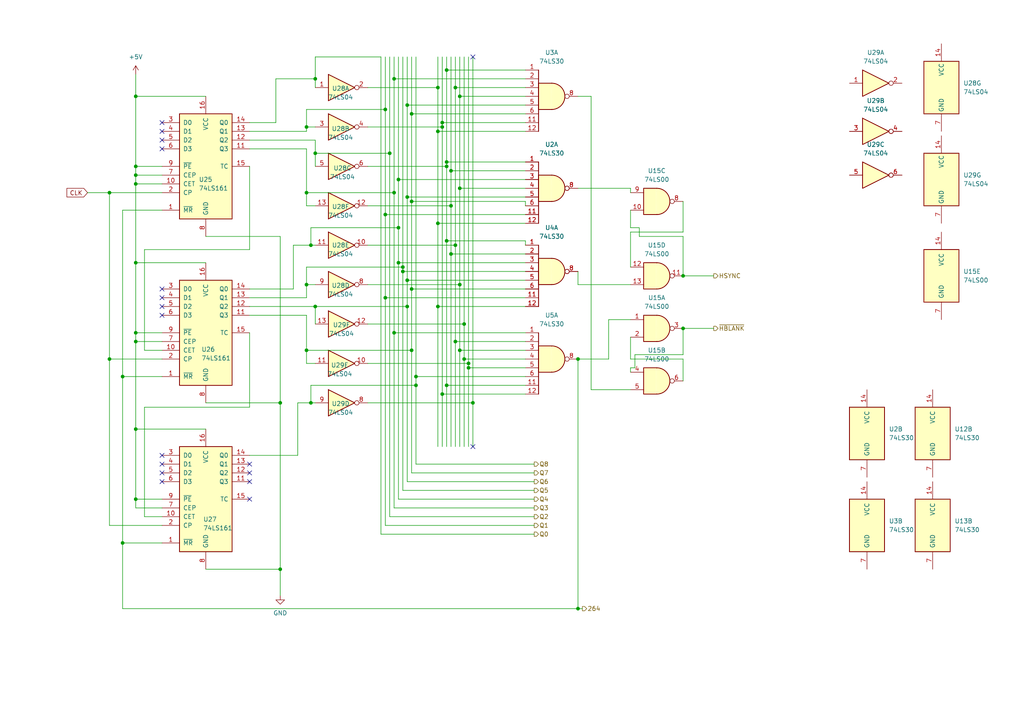
<source format=kicad_sch>
(kicad_sch (version 20250114) (generator "eeschema") (generator_version "9.0")
  (paper "A4")
  (title_block (title "8-Bit GPU") (date "2025-10-06") (rev "1"))
  (lib_symbols
    (symbol "74xx:74LS00" (pin_names (offset 1.016))
      (property "Reference" "U" (at 0 1.27 0))
      (property "Value" "74LS00" (at 0 -1.27 0))
      (symbol "74LS00_1_1"
        (arc (start 0 3.81) (mid 3.7934 0) (end 0 -3.81) (stroke (width 0.254)) (fill (type background)))
        (polyline (pts (xy 0 3.81) (xy -3.81 3.81) (xy -3.81 -3.81) (xy 0 -3.81)) (stroke (width 0.254)) (fill (type background)))
        (pin input line (at -7.62 2.54 0) (length 3.81) (name "~") (number "1"))
        (pin input line (at -7.62 -2.54 0) (length 3.81) (name "~") (number "2"))
        (pin output inverted (at 7.62 0 180) (length 3.81) (name "~") (number "3"))
      )
      (symbol "74LS00_1_2"
        (arc (start -3.81 3.81) (mid -2.589 0) (end -3.81 -3.81) (stroke (width 0.254)))
        (polyline (pts (xy -3.81 3.81) (xy -0.635 3.81)) (stroke (width 0.254)) (fill (type background)))
        (polyline (pts (xy -3.81 -3.81) (xy -0.635 -3.81)) (stroke (width 0.254)) (fill (type background)))
        (arc (start 3.81 0) (mid 2.1855 -2.584) (end -0.6096 -3.81) (stroke (width 0.254)) (fill (type background)))
        (arc (start -0.6096 3.81) (mid 2.1928 2.5924) (end 3.81 0) (stroke (width 0.254)) (fill (type background)))
        (polyline (pts (xy -0.635 3.81) (xy -3.81 3.81) (xy -3.81 3.81) (xy -3.556 3.4036) (xy -3.0226 2.2606) (xy -2.6924 1.0414) (xy -2.6162 -0.254) (xy -2.7686 -1.4986) (xy -3.175 -2.7178) (xy -3.81 -3.81) (xy -3.81 -3.81) (xy -0.635 -3.81)) (stroke (width -25.4)) (fill (type background)))
        (pin input inverted (at -7.62 2.54 0) (length 4.318) (name "~") (number "1"))
        (pin input inverted (at -7.62 -2.54 0) (length 4.318) (name "~") (number "2"))
        (pin output line (at 7.62 0 180) (length 3.81) (name "~") (number "3"))
      )
      (symbol "74LS00_2_1"
        (arc (start 0 3.81) (mid 3.7934 0) (end 0 -3.81) (stroke (width 0.254)) (fill (type background)))
        (polyline (pts (xy 0 3.81) (xy -3.81 3.81) (xy -3.81 -3.81) (xy 0 -3.81)) (stroke (width 0.254)) (fill (type background)))
        (pin input line (at -7.62 2.54 0) (length 3.81) (name "~") (number "4"))
        (pin input line (at -7.62 -2.54 0) (length 3.81) (name "~") (number "5"))
        (pin output inverted (at 7.62 0 180) (length 3.81) (name "~") (number "6"))
      )
      (symbol "74LS00_2_2"
        (arc (start -3.81 3.81) (mid -2.589 0) (end -3.81 -3.81) (stroke (width 0.254)))
        (polyline (pts (xy -3.81 3.81) (xy -0.635 3.81)) (stroke (width 0.254)) (fill (type background)))
        (polyline (pts (xy -3.81 -3.81) (xy -0.635 -3.81)) (stroke (width 0.254)) (fill (type background)))
        (arc (start 3.81 0) (mid 2.1855 -2.584) (end -0.6096 -3.81) (stroke (width 0.254)) (fill (type background)))
        (arc (start -0.6096 3.81) (mid 2.1928 2.5924) (end 3.81 0) (stroke (width 0.254)) (fill (type background)))
        (polyline (pts (xy -0.635 3.81) (xy -3.81 3.81) (xy -3.81 3.81) (xy -3.556 3.4036) (xy -3.0226 2.2606) (xy -2.6924 1.0414) (xy -2.6162 -0.254) (xy -2.7686 -1.4986) (xy -3.175 -2.7178) (xy -3.81 -3.81) (xy -3.81 -3.81) (xy -0.635 -3.81)) (stroke (width -25.4)) (fill (type background)))
        (pin input inverted (at -7.62 2.54 0) (length 4.318) (name "~") (number "4"))
        (pin input inverted (at -7.62 -2.54 0) (length 4.318) (name "~") (number "5"))
        (pin output line (at 7.62 0 180) (length 3.81) (name "~") (number "6"))
      )
      (symbol "74LS00_3_1"
        (arc (start 0 3.81) (mid 3.7934 0) (end 0 -3.81) (stroke (width 0.254)) (fill (type background)))
        (polyline (pts (xy 0 3.81) (xy -3.81 3.81) (xy -3.81 -3.81) (xy 0 -3.81)) (stroke (width 0.254)) (fill (type background)))
        (pin input line (at -7.62 2.54 0) (length 3.81) (name "~") (number "9"))
        (pin input line (at -7.62 -2.54 0) (length 3.81) (name "~") (number "10"))
        (pin output inverted (at 7.62 0 180) (length 3.81) (name "~") (number "8"))
      )
      (symbol "74LS00_3_2"
        (arc (start -3.81 3.81) (mid -2.589 0) (end -3.81 -3.81) (stroke (width 0.254)))
        (polyline (pts (xy -3.81 3.81) (xy -0.635 3.81)) (stroke (width 0.254)) (fill (type background)))
        (polyline (pts (xy -3.81 -3.81) (xy -0.635 -3.81)) (stroke (width 0.254)) (fill (type background)))
        (arc (start 3.81 0) (mid 2.1855 -2.584) (end -0.6096 -3.81) (stroke (width 0.254)) (fill (type background)))
        (arc (start -0.6096 3.81) (mid 2.1928 2.5924) (end 3.81 0) (stroke (width 0.254)) (fill (type background)))
        (polyline (pts (xy -0.635 3.81) (xy -3.81 3.81) (xy -3.81 3.81) (xy -3.556 3.4036) (xy -3.0226 2.2606) (xy -2.6924 1.0414) (xy -2.6162 -0.254) (xy -2.7686 -1.4986) (xy -3.175 -2.7178) (xy -3.81 -3.81) (xy -3.81 -3.81) (xy -0.635 -3.81)) (stroke (width -25.4)) (fill (type background)))
        (pin input inverted (at -7.62 2.54 0) (length 4.318) (name "~") (number "9"))
        (pin input inverted (at -7.62 -2.54 0) (length 4.318) (name "~") (number "10"))
        (pin output line (at 7.62 0 180) (length 3.81) (name "~") (number "8"))
      )
      (symbol "74LS00_4_1"
        (arc (start 0 3.81) (mid 3.7934 0) (end 0 -3.81) (stroke (width 0.254)) (fill (type background)))
        (polyline (pts (xy 0 3.81) (xy -3.81 3.81) (xy -3.81 -3.81) (xy 0 -3.81)) (stroke (width 0.254)) (fill (type background)))
        (pin input line (at -7.62 2.54 0) (length 3.81) (name "~") (number "12"))
        (pin input line (at -7.62 -2.54 0) (length 3.81) (name "~") (number "13"))
        (pin output inverted (at 7.62 0 180) (length 3.81) (name "~") (number "11"))
      )
      (symbol "74LS00_4_2"
        (arc (start -3.81 3.81) (mid -2.589 0) (end -3.81 -3.81) (stroke (width 0.254)))
        (polyline (pts (xy -3.81 3.81) (xy -0.635 3.81)) (stroke (width 0.254)) (fill (type background)))
        (polyline (pts (xy -3.81 -3.81) (xy -0.635 -3.81)) (stroke (width 0.254)) (fill (type background)))
        (arc (start 3.81 0) (mid 2.1855 -2.584) (end -0.6096 -3.81) (stroke (width 0.254)) (fill (type background)))
        (arc (start -0.6096 3.81) (mid 2.1928 2.5924) (end 3.81 0) (stroke (width 0.254)) (fill (type background)))
        (polyline (pts (xy -0.635 3.81) (xy -3.81 3.81) (xy -3.81 3.81) (xy -3.556 3.4036) (xy -3.0226 2.2606) (xy -2.6924 1.0414) (xy -2.6162 -0.254) (xy -2.7686 -1.4986) (xy -3.175 -2.7178) (xy -3.81 -3.81) (xy -3.81 -3.81) (xy -0.635 -3.81)) (stroke (width -25.4)) (fill (type background)))
        (pin input inverted (at -7.62 2.54 0) (length 4.318) (name "~") (number "12"))
        (pin input inverted (at -7.62 -2.54 0) (length 4.318) (name "~") (number "13"))
        (pin output line (at 7.62 0 180) (length 3.81) (name "~") (number "11"))
      )
      (symbol "74LS00_5_0"
        (pin power_in line (at 0 12.7 270) (length 5.08) (name "VCC") (number "14"))
        (pin power_in line (at 0 -12.7 90) (length 5.08) (name "GND") (number "7"))
      )
      (symbol "74LS00_5_1"
        (rectangle (start -5.08 7.62) (end 5.08 -7.62) (stroke (width 0.254)) (fill (type background)))
      )
    )
    (symbol "74xx:74LS04"
      (property "Reference" "U" (at 0 1.27 0))
      (property "Value" "74LS04" (at 0 -1.27 0))
      (symbol "74LS04_1_0"
        (polyline (pts (xy -3.81 3.81) (xy -3.81 -3.81) (xy 3.81 0) (xy -3.81 3.81)) (stroke (width 0.254)) (fill (type background)))
        (pin input line (at -7.62 0 0) (length 3.81) (name "~") (number "1"))
        (pin output inverted (at 7.62 0 180) (length 3.81) (name "~") (number "2"))
      )
      (symbol "74LS04_2_0"
        (polyline (pts (xy -3.81 3.81) (xy -3.81 -3.81) (xy 3.81 0) (xy -3.81 3.81)) (stroke (width 0.254)) (fill (type background)))
        (pin input line (at -7.62 0 0) (length 3.81) (name "~") (number "3"))
        (pin output inverted (at 7.62 0 180) (length 3.81) (name "~") (number "4"))
      )
      (symbol "74LS04_3_0"
        (polyline (pts (xy -3.81 3.81) (xy -3.81 -3.81) (xy 3.81 0) (xy -3.81 3.81)) (stroke (width 0.254)) (fill (type background)))
        (pin input line (at -7.62 0 0) (length 3.81) (name "~") (number "5"))
        (pin output inverted (at 7.62 0 180) (length 3.81) (name "~") (number "6"))
      )
      (symbol "74LS04_4_0"
        (polyline (pts (xy -3.81 3.81) (xy -3.81 -3.81) (xy 3.81 0) (xy -3.81 3.81)) (stroke (width 0.254)) (fill (type background)))
        (pin input line (at -7.62 0 0) (length 3.81) (name "~") (number "9"))
        (pin output inverted (at 7.62 0 180) (length 3.81) (name "~") (number "8"))
      )
      (symbol "74LS04_5_0"
        (polyline (pts (xy -3.81 3.81) (xy -3.81 -3.81) (xy 3.81 0) (xy -3.81 3.81)) (stroke (width 0.254)) (fill (type background)))
        (pin input line (at -7.62 0 0) (length 3.81) (name "~") (number "11"))
        (pin output inverted (at 7.62 0 180) (length 3.81) (name "~") (number "10"))
      )
      (symbol "74LS04_6_0"
        (polyline (pts (xy -3.81 3.81) (xy -3.81 -3.81) (xy 3.81 0) (xy -3.81 3.81)) (stroke (width 0.254)) (fill (type background)))
        (pin input line (at -7.62 0 0) (length 3.81) (name "~") (number "13"))
        (pin output inverted (at 7.62 0 180) (length 3.81) (name "~") (number "12"))
      )
      (symbol "74LS04_7_0"
        (pin power_in line (at 0 12.7 270) (length 5.08) (name "VCC") (number "14"))
        (pin power_in line (at 0 -12.7 90) (length 5.08) (name "GND") (number "7"))
      )
      (symbol "74LS04_7_1"
        (rectangle (start -5.08 7.62) (end 5.08 -7.62) (stroke (width 0.254)) (fill (type background)))
      )
    )
    (symbol "74xx:74LS161" (pin_names (offset 1.016))
      (property "Reference" "U" (at -7.62 16.51 0))
      (property "Value" "74LS161" (at -7.62 -16.51 0))
      (symbol "74LS161_1_0"
        (pin input line (at -12.7 12.7 0) (length 5.08) (name "D0") (number "3"))
        (pin input line (at -12.7 10.16 0) (length 5.08) (name "D1") (number "4"))
        (pin input line (at -12.7 7.62 0) (length 5.08) (name "D2") (number "5"))
        (pin input line (at -12.7 5.08 0) (length 5.08) (name "D3") (number "6"))
        (pin input line (at -12.7 0 0) (length 5.08) (name "~{PE}") (number "9"))
        (pin input line (at -12.7 -2.54 0) (length 5.08) (name "CEP") (number "7"))
        (pin input line (at -12.7 -5.08 0) (length 5.08) (name "CET") (number "10"))
        (pin input line (at -12.7 -7.62 0) (length 5.08) (name "CP") (number "2"))
        (pin input line (at -12.7 -12.7 0) (length 5.08) (name "~{MR}") (number "1"))
        (pin power_in line (at 0 20.32 270) (length 5.08) (name "VCC") (number "16"))
        (pin power_in line (at 0 -20.32 90) (length 5.08) (name "GND") (number "8"))
        (pin output line (at 12.7 12.7 180) (length 5.08) (name "Q0") (number "14"))
        (pin output line (at 12.7 10.16 180) (length 5.08) (name "Q1") (number "13"))
        (pin output line (at 12.7 7.62 180) (length 5.08) (name "Q2") (number "12"))
        (pin output line (at 12.7 5.08 180) (length 5.08) (name "Q3") (number "11"))
        (pin output line (at 12.7 0 180) (length 5.08) (name "TC") (number "15"))
      )
      (symbol "74LS161_1_1"
        (rectangle (start -7.62 15.24) (end 7.62 -15.24) (stroke (width 0.254)) (fill (type background)))
      )
    )
    (symbol "74xx:74LS30" (pin_names (offset 1.016))
      (property "Reference" "U" (at 0 1.27 0))
      (property "Value" "74LS30" (at 0 -1.27 0))
      (symbol "74LS30_1_1"
        (polyline (pts (xy -3.81 7.62) (xy -3.81 -10.16)) (stroke (width 0.254)))
        (arc (start 0 3.81) (mid 3.7934 0) (end 0 -3.81) (stroke (width 0.254)) (fill (type background)))
        (polyline (pts (xy 0 3.81) (xy -3.81 3.81) (xy -3.81 -3.81) (xy 0 -3.81)) (stroke (width 0.254)) (fill (type background)))
        (pin input line (at -7.62 7.62 0) (length 3.81) (name "~") (number "1"))
        (pin input line (at -7.62 5.08 0) (length 3.81) (name "~") (number "2"))
        (pin input line (at -7.62 2.54 0) (length 3.81) (name "~") (number "3"))
        (pin input line (at -7.62 0 0) (length 3.81) (name "~") (number "4"))
        (pin input line (at -7.62 -2.54 0) (length 3.81) (name "~") (number "5"))
        (pin input line (at -7.62 -5.08 0) (length 3.81) (name "~") (number "6"))
        (pin input line (at -7.62 -7.62 0) (length 3.81) (name "~") (number "11"))
        (pin input line (at -7.62 -10.16 0) (length 3.81) (name "~") (number "12"))
        (pin output inverted (at 7.62 0 180) (length 3.81) (name "~") (number "8"))
      )
      (symbol "74LS30_1_2"
        (arc (start -3.81 3.81) (mid -2.589 0) (end -3.81 -3.81) (stroke (width 0.254)))
        (polyline (pts (xy -3.81 7.62) (xy -3.81 3.81)) (stroke (width 0.254)))
        (polyline (pts (xy -3.81 3.81) (xy -0.635 3.81)) (stroke (width 0.254)) (fill (type background)))
        (polyline (pts (xy -3.81 -3.81) (xy -3.81 -10.16)) (stroke (width 0.254)))
        (polyline (pts (xy -3.81 -3.81) (xy -0.635 -3.81)) (stroke (width 0.254)) (fill (type background)))
        (arc (start 3.81 0) (mid 2.1855 -2.584) (end -0.6096 -3.81) (stroke (width 0.254)) (fill (type background)))
        (arc (start -0.6096 3.81) (mid 2.1928 2.5924) (end 3.81 0) (stroke (width 0.254)) (fill (type background)))
        (polyline (pts (xy -0.635 3.81) (xy -3.81 3.81) (xy -3.81 3.81) (xy -3.556 3.4036) (xy -3.0226 2.2606) (xy -2.6924 1.0414) (xy -2.6162 -0.254) (xy -2.7686 -1.4986) (xy -3.175 -2.7178) (xy -3.81 -3.81) (xy -3.81 -3.81) (xy -0.635 -3.81)) (stroke (width -25.4)) (fill (type background)))
        (pin input inverted (at -7.62 7.62 0) (length 3.81) (name "~") (number "1"))
        (pin input inverted (at -7.62 5.08 0) (length 3.81) (name "~") (number "2"))
        (pin input inverted (at -7.62 2.54 0) (length 4.5466) (name "~") (number "3"))
        (pin input inverted (at -7.62 0 0) (length 5.08) (name "~") (number "4"))
        (pin input inverted (at -7.62 -2.54 0) (length 4.5466) (name "~") (number "5"))
        (pin input inverted (at -7.62 -5.08 0) (length 3.81) (name "~") (number "6"))
        (pin input inverted (at -7.62 -7.62 0) (length 3.81) (name "~") (number "11"))
        (pin input inverted (at -7.62 -10.16 0) (length 3.81) (name "~") (number "12"))
        (pin output line (at 7.62 0 180) (length 3.81) (name "~") (number "8"))
      )
      (symbol "74LS30_2_0"
        (pin power_in line (at 0 12.7 270) (length 5.08) (name "VCC") (number "14"))
        (pin power_in line (at 0 -12.7 90) (length 5.08) (name "GND") (number "7"))
      )
      (symbol "74LS30_2_1"
        (rectangle (start -5.08 7.62) (end 5.08 -7.62) (stroke (width 0.254)) (fill (type background)))
      )
    )
    (symbol "power:+5V" (power) (pin_numbers (hide yes)) (pin_names (offset 0) (hide yes))
      (property "Value" "+5V" (at 0 3.556 0))
      (symbol "+5V_0_1"
        (polyline (pts (xy -0.762 1.27) (xy 0 2.54)))
        (polyline (pts (xy 0 2.54) (xy 0.762 1.27)))
        (polyline (pts (xy 0 0) (xy 0 2.54)))
      )
      (symbol "+5V_1_1"
        (pin power_in line (at 0 0 90) (length 0) (name "~") (number "1"))
      )
    )
    (symbol "power:GND" (power) (pin_numbers (hide yes)) (pin_names (offset 0) (hide yes))
      (property "Value" "GND" (at 0 -3.81 0))
      (symbol "GND_0_1"
        (polyline (pts (xy 0 0) (xy 0 -1.27) (xy 1.27 -1.27) (xy 0 -2.54) (xy -1.27 -1.27) (xy 0 -1.27)))
      )
      (symbol "GND_1_1"
        (pin power_in line (at 0 0 270) (length 0) (name "~") (number "1"))
      )
    )
  )
  (junction (at 118.11 81.28))
  (junction (at 88.9 101.6))
  (junction (at 133.35 54.61))
  (junction (at 129.54 46.99))
  (junction (at 128.27 35.56))
  (junction (at 134.62 104.14))
  (junction (at 133.35 101.6))
  (junction (at 198.12 95.25))
  (junction (at 132.08 99.06))
  (junction (at 111.76 86.36))
  (junction (at 114.3 96.52))
  (junction (at 39.37 144.78))
  (junction (at 118.11 57.15))
  (junction (at 90.17 116.84))
  (junction (at 135.89 105.41))
  (junction (at 115.57 76.2))
  (junction (at 129.54 48.26))
  (junction (at 127 64.77))
  (junction (at 115.57 52.07))
  (junction (at 39.37 76.2))
  (junction (at 167.64 104.14))
  (junction (at 119.38 101.6))
  (junction (at 116.84 78.74))
  (junction (at 119.38 33.02))
  (junction (at 114.3 55.88))
  (junction (at 111.76 31.75))
  (junction (at 132.08 71.12))
  (junction (at 90.17 71.12))
  (junction (at 127 38.1))
  (junction (at 119.38 58.42))
  (junction (at 129.54 111.76))
  (junction (at 128.27 114.3))
  (junction (at 88.9 82.55))
  (junction (at 91.44 22.86))
  (junction (at 35.56 157.48))
  (junction (at 127 88.9))
  (junction (at 114.3 22.86))
  (junction (at 133.35 27.94))
  (junction (at 39.37 50.8))
  (junction (at 116.84 77.47))
  (junction (at 128.27 36.83))
  (junction (at 137.16 116.84))
  (junction (at 130.81 73.66))
  (junction (at 119.38 83.82))
  (junction (at 134.62 93.98))
  (junction (at 39.37 53.34))
  (junction (at 120.65 109.22))
  (junction (at 91.44 88.9))
  (junction (at 31.75 55.88))
  (junction (at 111.76 62.23))
  (junction (at 39.37 96.52))
  (junction (at 167.64 176.53))
  (junction (at 31.75 104.14))
  (junction (at 115.57 66.04))
  (junction (at 39.37 48.26))
  (junction (at 39.37 27.94))
  (junction (at 130.81 49.53))
  (junction (at 198.12 80.01))
  (junction (at 81.28 165.1))
  (junction (at 130.81 59.69))
  (junction (at 88.9 36.83))
  (junction (at 35.56 109.22))
  (junction (at 120.65 111.76))
  (junction (at 88.9 55.88))
  (junction (at 129.54 20.32))
  (junction (at 127 25.4))
  (junction (at 135.89 106.68))
  (junction (at 81.28 116.84))
  (junction (at 129.54 69.85))
  (junction (at 91.44 44.45))
  (junction (at 39.37 99.06))
  (junction (at 118.11 88.9))
  (junction (at 133.35 82.55))
  (junction (at 39.37 124.46))
  (junction (at 118.11 30.48))
  (junction (at 132.08 25.4))
  (junction (at 113.03 44.45))
  (no_connect (at 46.99 139.7))
  (no_connect (at 46.99 43.18))
  (no_connect (at 46.99 83.82))
  (no_connect (at 46.99 35.56))
  (no_connect (at 72.39 139.7))
  (no_connect (at 46.99 88.9))
  (no_connect (at 46.99 134.62))
  (no_connect (at 137.16 16.51))
  (no_connect (at 72.39 134.62))
  (no_connect (at 46.99 137.16))
  (no_connect (at 46.99 132.08))
  (no_connect (at 137.16 129.54))
  (no_connect (at 46.99 40.64))
  (no_connect (at 72.39 137.16))
  (no_connect (at 46.99 38.1))
  (no_connect (at 46.99 91.44))
  (no_connect (at 72.39 144.78))
  (no_connect (at 46.99 86.36))
  (wire (pts (xy 35.56 157.48) (xy 35.56 176.53)))
  (wire (pts (xy 39.37 48.26) (xy 39.37 50.8)))
  (wire (pts (xy 35.56 157.48) (xy 46.99 157.48)))
  (wire (pts (xy 116.84 77.47) (xy 116.84 78.74)))
  (wire (pts (xy 39.37 27.94) (xy 39.37 48.26)))
  (wire (pts (xy 88.9 36.83) (xy 88.9 31.75)))
  (wire (pts (xy 171.45 113.03) (xy 171.45 27.94)))
  (wire (pts (xy 106.68 116.84) (xy 137.16 116.84)))
  (wire (pts (xy 133.35 82.55) (xy 133.35 101.6)))
  (wire (pts (xy 119.38 83.82) (xy 119.38 101.6)))
  (wire (pts (xy 176.53 92.71) (xy 182.88 92.71)))
  (wire (pts (xy 88.9 55.88) (xy 88.9 59.69)))
  (wire (pts (xy 31.75 104.14) (xy 31.75 152.4)))
  (wire (pts (xy 39.37 27.94) (xy 39.37 21.59)))
  (wire (pts (xy 72.39 40.64) (xy 91.44 40.64)))
  (wire (pts (xy 119.38 83.82) (xy 152.4 83.82)))
  (wire (pts (xy 118.11 30.48) (xy 152.4 30.48)))
  (wire (pts (xy 119.38 101.6) (xy 119.38 137.16)))
  (wire (pts (xy 115.57 144.78) (xy 154.94 144.78)))
  (wire (pts (xy 198.12 95.25) (xy 207.01 95.25)))
  (wire (pts (xy 90.17 116.84) (xy 90.17 111.76)))
  (wire (pts (xy 133.35 16.51) (xy 133.35 27.94)))
  (wire (pts (xy 182.88 54.61) (xy 182.88 55.88)))
  (wire (pts (xy 91.44 88.9) (xy 91.44 93.98)))
  (wire (pts (xy 120.65 16.51) (xy 120.65 109.22)))
  (wire (pts (xy 171.45 27.94) (xy 167.64 27.94)))
  (wire (pts (xy 106.68 82.55) (xy 133.35 82.55)))
  (wire (pts (xy 198.12 67.31) (xy 182.88 67.31)))
  (wire (pts (xy 127 38.1) (xy 152.4 38.1)))
  (wire (pts (xy 25.4 55.88) (xy 31.75 55.88)))
  (wire (pts (xy 130.81 59.69) (xy 130.81 73.66)))
  (wire (pts (xy 128.27 114.3) (xy 152.4 114.3)))
  (wire (pts (xy 130.81 49.53) (xy 152.4 49.53)))
  (wire (pts (xy 46.99 147.32) (xy 39.37 147.32)))
  (wire (pts (xy 80.01 35.56) (xy 80.01 22.86)))
  (wire (pts (xy 81.28 116.84) (xy 81.28 165.1)))
  (wire (pts (xy 86.36 116.84) (xy 90.17 116.84)))
  (wire (pts (xy 106.68 59.69) (xy 130.81 59.69)))
  (wire (pts (xy 88.9 38.1) (xy 88.9 36.83)))
  (wire (pts (xy 39.37 144.78) (xy 39.37 124.46)))
  (wire (pts (xy 120.65 109.22) (xy 152.4 109.22)))
  (wire (pts (xy 85.09 83.82) (xy 85.09 71.12)))
  (wire (pts (xy 167.64 176.53) (xy 168.91 176.53)))
  (wire (pts (xy 119.38 16.51) (xy 119.38 33.02)))
  (wire (pts (xy 31.75 104.14) (xy 46.99 104.14)))
  (wire (pts (xy 114.3 96.52) (xy 152.4 96.52)))
  (wire (pts (xy 88.9 105.41) (xy 91.44 105.41)))
  (wire (pts (xy 118.11 88.9) (xy 118.11 139.7)))
  (wire (pts (xy 137.16 116.84) (xy 137.16 129.54)))
  (wire (pts (xy 128.27 16.51) (xy 128.27 35.56)))
  (wire (pts (xy 85.09 71.12) (xy 90.17 71.12)))
  (wire (pts (xy 133.35 27.94) (xy 152.4 27.94)))
  (wire (pts (xy 176.53 104.14) (xy 176.53 92.71)))
  (wire (pts (xy 185.42 66.04) (xy 185.42 68.58)))
  (wire (pts (xy 129.54 48.26) (xy 129.54 69.85)))
  (wire (pts (xy 106.68 48.26) (xy 129.54 48.26)))
  (wire (pts (xy 111.76 86.36) (xy 152.4 86.36)))
  (wire (pts (xy 134.62 16.51) (xy 134.62 93.98)))
  (wire (pts (xy 113.03 149.86) (xy 154.94 149.86)))
  (wire (pts (xy 118.11 30.48) (xy 118.11 57.15)))
  (wire (pts (xy 46.99 60.96) (xy 35.56 60.96)))
  (wire (pts (xy 113.03 16.51) (xy 113.03 44.45)))
  (wire (pts (xy 111.76 16.51) (xy 111.76 31.75)))
  (wire (pts (xy 116.84 78.74) (xy 116.84 142.24)))
  (wire (pts (xy 132.08 99.06) (xy 132.08 129.54)))
  (wire (pts (xy 88.9 77.47) (xy 116.84 77.47)))
  (wire (pts (xy 91.44 40.64) (xy 91.44 44.45)))
  (wire (pts (xy 106.68 105.41) (xy 135.89 105.41)))
  (wire (pts (xy 152.4 71.12) (xy 152.4 69.85)))
  (wire (pts (xy 127 38.1) (xy 127 64.77)))
  (wire (pts (xy 184.15 102.87) (xy 184.15 106.68)))
  (wire (pts (xy 72.39 91.44) (xy 88.9 91.44)))
  (wire (pts (xy 114.3 96.52) (xy 114.3 147.32)))
  (wire (pts (xy 46.99 53.34) (xy 39.37 53.34)))
  (wire (pts (xy 182.88 66.04) (xy 185.42 66.04)))
  (wire (pts (xy 127 16.51) (xy 127 25.4)))
  (wire (pts (xy 118.11 57.15) (xy 152.4 57.15)))
  (wire (pts (xy 88.9 101.6) (xy 119.38 101.6)))
  (wire (pts (xy 182.88 106.68) (xy 182.88 107.95)))
  (wire (pts (xy 59.69 68.58) (xy 81.28 68.58)))
  (wire (pts (xy 167.64 104.14) (xy 167.64 176.53)))
  (wire (pts (xy 72.39 43.18) (xy 88.9 43.18)))
  (wire (pts (xy 119.38 33.02) (xy 152.4 33.02)))
  (wire (pts (xy 88.9 101.6) (xy 88.9 105.41)))
  (wire (pts (xy 119.38 33.02) (xy 119.38 58.42)))
  (wire (pts (xy 152.4 69.85) (xy 129.54 69.85)))
  (wire (pts (xy 115.57 66.04) (xy 115.57 76.2)))
  (wire (pts (xy 133.35 27.94) (xy 133.35 54.61)))
  (wire (pts (xy 39.37 96.52) (xy 39.37 76.2)))
  (wire (pts (xy 86.36 132.08) (xy 86.36 116.84)))
  (wire (pts (xy 41.91 72.39) (xy 41.91 101.6)))
  (wire (pts (xy 129.54 111.76) (xy 152.4 111.76)))
  (wire (pts (xy 116.84 78.74) (xy 152.4 78.74)))
  (wire (pts (xy 91.44 88.9) (xy 118.11 88.9)))
  (wire (pts (xy 116.84 142.24) (xy 154.94 142.24)))
  (wire (pts (xy 135.89 106.68) (xy 152.4 106.68)))
  (wire (pts (xy 132.08 71.12) (xy 132.08 99.06)))
  (wire (pts (xy 59.69 27.94) (xy 39.37 27.94)))
  (wire (pts (xy 72.39 96.52) (xy 72.39 118.11)))
  (wire (pts (xy 114.3 22.86) (xy 114.3 55.88)))
  (wire (pts (xy 182.88 67.31) (xy 182.88 77.47)))
  (wire (pts (xy 88.9 82.55) (xy 91.44 82.55)))
  (wire (pts (xy 111.76 31.75) (xy 111.76 62.23)))
  (wire (pts (xy 91.44 16.51) (xy 110.49 16.51)))
  (wire (pts (xy 46.99 99.06) (xy 39.37 99.06)))
  (wire (pts (xy 46.99 96.52) (xy 39.37 96.52)))
  (wire (pts (xy 111.76 152.4) (xy 154.94 152.4)))
  (wire (pts (xy 115.57 76.2) (xy 115.57 144.78)))
  (wire (pts (xy 88.9 91.44) (xy 88.9 101.6)))
  (wire (pts (xy 111.76 62.23) (xy 152.4 62.23)))
  (wire (pts (xy 137.16 16.51) (xy 137.16 116.84)))
  (wire (pts (xy 127 25.4) (xy 127 38.1)))
  (wire (pts (xy 130.81 73.66) (xy 152.4 73.66)))
  (wire (pts (xy 72.39 88.9) (xy 91.44 88.9)))
  (wire (pts (xy 128.27 36.83) (xy 128.27 114.3)))
  (wire (pts (xy 198.12 104.14) (xy 182.88 104.14)))
  (wire (pts (xy 185.42 68.58) (xy 198.12 68.58)))
  (wire (pts (xy 91.44 22.86) (xy 91.44 25.4)))
  (wire (pts (xy 135.89 106.68) (xy 135.89 129.54)))
  (wire (pts (xy 31.75 55.88) (xy 46.99 55.88)))
  (wire (pts (xy 134.62 104.14) (xy 152.4 104.14)))
  (wire (pts (xy 91.44 44.45) (xy 91.44 48.26)))
  (wire (pts (xy 130.81 16.51) (xy 130.81 49.53)))
  (wire (pts (xy 129.54 111.76) (xy 129.54 129.54)))
  (wire (pts (xy 106.68 36.83) (xy 128.27 36.83)))
  (wire (pts (xy 106.68 93.98) (xy 134.62 93.98)))
  (wire (pts (xy 118.11 57.15) (xy 118.11 81.28)))
  (wire (pts (xy 198.12 58.42) (xy 198.12 67.31)))
  (wire (pts (xy 59.69 76.2) (xy 39.37 76.2)))
  (wire (pts (xy 72.39 118.11) (xy 41.91 118.11)))
  (wire (pts (xy 111.76 62.23) (xy 111.76 86.36)))
  (wire (pts (xy 113.03 44.45) (xy 113.03 149.86)))
  (wire (pts (xy 72.39 132.08) (xy 86.36 132.08)))
  (wire (pts (xy 134.62 93.98) (xy 134.62 104.14)))
  (wire (pts (xy 39.37 76.2) (xy 39.37 53.34)))
  (wire (pts (xy 39.37 99.06) (xy 39.37 96.52)))
  (wire (pts (xy 132.08 99.06) (xy 152.4 99.06)))
  (wire (pts (xy 127 88.9) (xy 127 129.54)))
  (wire (pts (xy 115.57 52.07) (xy 115.57 66.04)))
  (wire (pts (xy 167.64 82.55) (xy 167.64 78.74)))
  (wire (pts (xy 88.9 31.75) (xy 111.76 31.75)))
  (wire (pts (xy 182.88 113.03) (xy 171.45 113.03)))
  (wire (pts (xy 90.17 71.12) (xy 90.17 66.04)))
  (wire (pts (xy 81.28 68.58) (xy 81.28 116.84)))
  (wire (pts (xy 118.11 81.28) (xy 118.11 88.9)))
  (wire (pts (xy 88.9 86.36) (xy 88.9 82.55)))
  (wire (pts (xy 127 64.77) (xy 127 88.9)))
  (wire (pts (xy 184.15 106.68) (xy 182.88 106.68)))
  (wire (pts (xy 31.75 152.4) (xy 46.99 152.4)))
  (wire (pts (xy 130.81 49.53) (xy 130.81 59.69)))
  (wire (pts (xy 81.28 165.1) (xy 81.28 172.72)))
  (wire (pts (xy 59.69 116.84) (xy 81.28 116.84)))
  (wire (pts (xy 129.54 46.99) (xy 129.54 48.26)))
  (wire (pts (xy 72.39 38.1) (xy 88.9 38.1)))
  (wire (pts (xy 134.62 104.14) (xy 134.62 129.54)))
  (wire (pts (xy 72.39 48.26) (xy 72.39 72.39)))
  (wire (pts (xy 129.54 16.51) (xy 129.54 20.32)))
  (wire (pts (xy 133.35 54.61) (xy 133.35 82.55)))
  (wire (pts (xy 118.11 139.7) (xy 154.94 139.7)))
  (wire (pts (xy 39.37 48.26) (xy 46.99 48.26)))
  (wire (pts (xy 59.69 165.1) (xy 81.28 165.1)))
  (wire (pts (xy 41.91 101.6) (xy 46.99 101.6)))
  (wire (pts (xy 35.56 176.53) (xy 167.64 176.53)))
  (wire (pts (xy 111.76 86.36) (xy 111.76 152.4)))
  (wire (pts (xy 182.88 60.96) (xy 182.88 66.04)))
  (wire (pts (xy 133.35 101.6) (xy 133.35 129.54)))
  (wire (pts (xy 80.01 22.86) (xy 91.44 22.86)))
  (wire (pts (xy 118.11 16.51) (xy 118.11 30.48)))
  (wire (pts (xy 129.54 69.85) (xy 129.54 111.76)))
  (wire (pts (xy 39.37 147.32) (xy 39.37 144.78)))
  (wire (pts (xy 39.37 50.8) (xy 46.99 50.8)))
  (wire (pts (xy 35.56 109.22) (xy 46.99 109.22)))
  (wire (pts (xy 198.12 102.87) (xy 184.15 102.87)))
  (wire (pts (xy 110.49 154.94) (xy 154.94 154.94)))
  (wire (pts (xy 35.56 60.96) (xy 35.56 109.22)))
  (wire (pts (xy 90.17 66.04) (xy 115.57 66.04)))
  (wire (pts (xy 128.27 35.56) (xy 128.27 36.83)))
  (wire (pts (xy 198.12 80.01) (xy 207.01 80.01)))
  (wire (pts (xy 90.17 71.12) (xy 91.44 71.12)))
  (wire (pts (xy 152.4 58.42) (xy 119.38 58.42)))
  (wire (pts (xy 119.38 58.42) (xy 119.38 83.82)))
  (wire (pts (xy 39.37 53.34) (xy 39.37 50.8)))
  (wire (pts (xy 120.65 134.62) (xy 154.94 134.62)))
  (wire (pts (xy 198.12 95.25) (xy 198.12 102.87)))
  (wire (pts (xy 88.9 43.18) (xy 88.9 55.88)))
  (wire (pts (xy 133.35 101.6) (xy 152.4 101.6)))
  (wire (pts (xy 110.49 16.51) (xy 110.49 154.94)))
  (wire (pts (xy 90.17 116.84) (xy 91.44 116.84)))
  (wire (pts (xy 135.89 16.51) (xy 135.89 105.41)))
  (wire (pts (xy 46.99 144.78) (xy 39.37 144.78)))
  (wire (pts (xy 72.39 83.82) (xy 85.09 83.82)))
  (wire (pts (xy 128.27 35.56) (xy 152.4 35.56)))
  (wire (pts (xy 167.64 54.61) (xy 182.88 54.61)))
  (wire (pts (xy 114.3 55.88) (xy 114.3 96.52)))
  (wire (pts (xy 31.75 55.88) (xy 31.75 104.14)))
  (wire (pts (xy 132.08 25.4) (xy 152.4 25.4)))
  (wire (pts (xy 133.35 54.61) (xy 152.4 54.61)))
  (wire (pts (xy 132.08 16.51) (xy 132.08 25.4)))
  (wire (pts (xy 90.17 111.76) (xy 120.65 111.76)))
  (wire (pts (xy 106.68 25.4) (xy 127 25.4)))
  (wire (pts (xy 115.57 76.2) (xy 152.4 76.2)))
  (wire (pts (xy 135.89 105.41) (xy 135.89 106.68)))
  (wire (pts (xy 129.54 46.99) (xy 152.4 46.99)))
  (wire (pts (xy 115.57 16.51) (xy 115.57 52.07)))
  (wire (pts (xy 120.65 111.76) (xy 120.65 134.62)))
  (wire (pts (xy 116.84 16.51) (xy 116.84 77.47)))
  (wire (pts (xy 72.39 72.39) (xy 41.91 72.39)))
  (wire (pts (xy 88.9 59.69) (xy 91.44 59.69)))
  (wire (pts (xy 127 88.9) (xy 152.4 88.9)))
  (wire (pts (xy 41.91 149.86) (xy 46.99 149.86)))
  (wire (pts (xy 39.37 124.46) (xy 39.37 99.06)))
  (wire (pts (xy 198.12 68.58) (xy 198.12 80.01)))
  (wire (pts (xy 115.57 52.07) (xy 152.4 52.07)))
  (wire (pts (xy 72.39 86.36) (xy 88.9 86.36)))
  (wire (pts (xy 182.88 97.79) (xy 182.88 104.14)))
  (wire (pts (xy 119.38 137.16) (xy 154.94 137.16)))
  (wire (pts (xy 91.44 22.86) (xy 91.44 16.51)))
  (wire (pts (xy 198.12 110.49) (xy 198.12 104.14)))
  (wire (pts (xy 88.9 82.55) (xy 88.9 77.47)))
  (wire (pts (xy 88.9 55.88) (xy 114.3 55.88)))
  (wire (pts (xy 114.3 147.32) (xy 154.94 147.32)))
  (wire (pts (xy 167.64 104.14) (xy 176.53 104.14)))
  (wire (pts (xy 114.3 22.86) (xy 152.4 22.86)))
  (wire (pts (xy 88.9 36.83) (xy 91.44 36.83)))
  (wire (pts (xy 152.4 59.69) (xy 152.4 58.42)))
  (wire (pts (xy 41.91 118.11) (xy 41.91 149.86)))
  (wire (pts (xy 114.3 16.51) (xy 114.3 22.86)))
  (wire (pts (xy 106.68 71.12) (xy 132.08 71.12)))
  (wire (pts (xy 72.39 35.56) (xy 80.01 35.56)))
  (wire (pts (xy 35.56 109.22) (xy 35.56 157.48)))
  (wire (pts (xy 129.54 20.32) (xy 129.54 46.99)))
  (wire (pts (xy 132.08 25.4) (xy 132.08 71.12)))
  (wire (pts (xy 59.69 124.46) (xy 39.37 124.46)))
  (wire (pts (xy 129.54 20.32) (xy 152.4 20.32)))
  (wire (pts (xy 120.65 109.22) (xy 120.65 111.76)))
  (wire (pts (xy 127 64.77) (xy 152.4 64.77)))
  (wire (pts (xy 130.81 73.66) (xy 130.81 129.54)))
  (wire (pts (xy 128.27 114.3) (xy 128.27 129.54)))
  (wire (pts (xy 118.11 81.28) (xy 152.4 81.28)))
  (wire (pts (xy 91.44 44.45) (xy 113.03 44.45)))
  (wire (pts (xy 182.88 82.55) (xy 167.64 82.55)))
  (global_label "CLK" (shape input) (at 25.4 55.88 180) (property "Intersheetrefs" "${INTERSHEET_REFS}" (effects (hide yes))))
  (hierarchical_label "Q5" (shape output) (at 154.94 142.24 0))
  (hierarchical_label "Q1" (shape output) (at 154.94 152.4 0))
  (hierarchical_label "Q2" (shape output) (at 154.94 149.86 0))
  (hierarchical_label "~{HBLANK}" (shape output) (at 207.01 95.25 0))
  (hierarchical_label "Q4" (shape output) (at 154.94 144.78 0))
  (hierarchical_label "Q7" (shape output) (at 154.94 137.16 0))
  (hierarchical_label "HSYNC" (shape output) (at 207.01 80.01 0))
  (hierarchical_label "Q3" (shape output) (at 154.94 147.32 0))
  (hierarchical_label "264" (shape output) (at 168.91 176.53 0))
  (hierarchical_label "Q8" (shape output) (at 154.94 134.62 0))
  (hierarchical_label "Q0" (shape output) (at 154.94 154.94 0))
  (hierarchical_label "Q6" (shape output) (at 154.94 139.7 0))
  (symbol (lib_id "74xx:74LS00") (at 190.5 95.25 0) (unit 1)
    (property "Reference" "U15" (at 190.4917 86.36 0))
    (property "Value" "74LS00" (at 190.4917 88.9 0))
    (property "Datasheet" "http://www.ti.com/lit/gpn/sn74ls00" (effects (hide yes)))
    (property "Description" "quad 2-input NAND gate" (effects (hide yes)))
  )
  (symbol (lib_id "74xx:74LS04") (at 99.06 71.12 0) (unit 5)
    (property "Reference" "U28" (at 98.806 71.12 0))
    (property "Value" "74LS04" (at 98.806 73.66 0))
    (property "Datasheet" "http://www.ti.com/lit/gpn/sn74LS04" (effects (hide yes)))
    (property "Description" "Hex Inverter" (effects (hide yes)))
  )
  (symbol (lib_id "74xx:74LS04") (at 99.06 59.69 0) (unit 6)
    (property "Reference" "U28" (at 98.806 59.944 0))
    (property "Value" "74LS04" (at 98.806 62.484 0))
    (property "Datasheet" "http://www.ti.com/lit/gpn/sn74LS04" (effects (hide yes)))
    (property "Description" "Hex Inverter" (effects (hide yes)))
  )
  (symbol (lib_id "74xx:74LS04") (at 99.06 36.83 0) (unit 2)
    (property "Reference" "U28" (at 98.806 37.338 0))
    (property "Value" "74LS04" (at 98.806 39.878 0))
    (property "Datasheet" "http://www.ti.com/lit/gpn/sn74LS04" (effects (hide yes)))
    (property "Description" "Hex Inverter" (effects (hide yes)))
  )
  (symbol (lib_id "74xx:74LS04") (at 254 50.8 0) (unit 3)
    (property "Reference" "U29" (at 254 41.91 0))
    (property "Value" "74LS04" (at 254 44.45 0))
    (property "Datasheet" "http://www.ti.com/lit/gpn/sn74LS04" (effects (hide yes)))
    (property "Description" "Hex Inverter" (effects (hide yes)))
  )
  (symbol (lib_id "power:+5V") (at 39.37 21.59 0) (unit 1)
    (property "Reference" "#PWR03" (effects (hide yes)))
    (property "Value" "+5V" (at 39.37 16.51 0))
    (property "Description" "Power symbol creates a global label with name \"+5V\"" (effects (hide yes)))
  )
  (symbol (lib_id "74xx:74LS00") (at 190.5 58.42 0) (unit 3)
    (property "Reference" "U15" (at 190.4917 49.53 0))
    (property "Value" "74LS00" (at 190.4917 52.07 0))
    (property "Datasheet" "http://www.ti.com/lit/gpn/sn74ls00" (effects (hide yes)))
    (property "Description" "quad 2-input NAND gate" (effects (hide yes)))
  )
  (symbol (lib_id "74xx:74LS30") (at 251.46 152.4 0) (unit 2)
    (property "Reference" "U3" (at 257.81 151.1299 0) (effects (justify left)))
    (property "Value" "74LS30" (at 257.81 153.6699 0) (effects (justify left)))
    (property "Datasheet" "http://www.ti.com/lit/gpn/sn74LS30" (effects (hide yes)))
    (property "Description" "8-input NAND" (effects (hide yes)))
  )
  (symbol (lib_id "74xx:74LS04") (at 99.06 116.84 0) (unit 4)
    (property "Reference" "U29" (at 98.806 117.094 0))
    (property "Value" "74LS04" (at 98.806 119.634 0))
    (property "Datasheet" "http://www.ti.com/lit/gpn/sn74LS04" (effects (hide yes)))
    (property "Description" "Hex Inverter" (effects (hide yes)))
  )
  (symbol (lib_id "74xx:74LS04") (at 254 38.1 0) (unit 2)
    (property "Reference" "U29" (at 254 29.21 0))
    (property "Value" "74LS04" (at 254 31.75 0))
    (property "Datasheet" "http://www.ti.com/lit/gpn/sn74LS04" (effects (hide yes)))
    (property "Description" "Hex Inverter" (effects (hide yes)))
  )
  (symbol (lib_id "74xx:74LS04") (at 254 24.13 0) (unit 1)
    (property "Reference" "U29" (at 254 15.24 0))
    (property "Value" "74LS04" (at 254 17.78 0))
    (property "Datasheet" "http://www.ti.com/lit/gpn/sn74LS04" (effects (hide yes)))
    (property "Description" "Hex Inverter" (effects (hide yes)))
  )
  (symbol (lib_id "74xx:74LS00") (at 190.5 80.01 0) (unit 4)
    (property "Reference" "U15" (at 190.4917 71.12 0))
    (property "Value" "74LS00" (at 190.4917 73.66 0))
    (property "Datasheet" "http://www.ti.com/lit/gpn/sn74ls00" (effects (hide yes)))
    (property "Description" "quad 2-input NAND gate" (effects (hide yes)))
  )
  (symbol (lib_id "74xx:74LS04") (at 99.06 82.55 0) (unit 4)
    (property "Reference" "U28" (at 98.806 82.804 0))
    (property "Value" "74LS04" (at 98.806 85.344 0))
    (property "Datasheet" "http://www.ti.com/lit/gpn/sn74LS04" (effects (hide yes)))
    (property "Description" "Hex Inverter" (effects (hide yes)))
  )
  (symbol (lib_id "74xx:74LS04") (at 99.06 25.4 0) (unit 1)
    (property "Reference" "U28" (at 98.806 25.654 0))
    (property "Value" "74LS04" (at 98.806 28.194 0))
    (property "Datasheet" "http://www.ti.com/lit/gpn/sn74LS04" (effects (hide yes)))
    (property "Description" "Hex Inverter" (effects (hide yes)))
  )
  (symbol (lib_id "power:GND") (at 81.28 172.72 0) (unit 1)
    (property "Reference" "#PWR04" (effects (hide yes)))
    (property "Value" "GND" (at 81.28 177.8 0))
    (property "Description" "Power symbol creates a global label with name \"GND\" , ground" (effects (hide yes)))
  )
  (symbol (lib_id "74xx:74LS04") (at 273.05 52.07 0) (unit 7)
    (property "Reference" "U29" (at 279.4 50.7999 0) (effects (justify left)))
    (property "Value" "74LS04" (at 279.4 53.3399 0) (effects (justify left)))
    (property "Datasheet" "http://www.ti.com/lit/gpn/sn74LS04" (effects (hide yes)))
    (property "Description" "Hex Inverter" (effects (hide yes)))
  )
  (symbol (lib_id "74xx:74LS30") (at 270.51 125.73 0) (unit 2)
    (property "Reference" "U12" (at 276.86 124.4599 0) (effects (justify left)))
    (property "Value" "74LS30" (at 276.86 126.9999 0) (effects (justify left)))
    (property "Datasheet" "http://www.ti.com/lit/gpn/sn74LS30" (effects (hide yes)))
    (property "Description" "8-input NAND" (effects (hide yes)))
  )
  (symbol (lib_id "74xx:74LS04") (at 99.06 93.98 0) (unit 6)
    (property "Reference" "U29" (at 99.06 94.234 0))
    (property "Value" "74LS04" (at 99.06 96.774 0))
    (property "Datasheet" "http://www.ti.com/lit/gpn/sn74LS04" (effects (hide yes)))
    (property "Description" "Hex Inverter" (effects (hide yes)))
  )
  (symbol (lib_id "74xx:74LS30") (at 251.46 125.73 0) (unit 2)
    (property "Reference" "U2" (at 257.81 124.4599 0) (effects (justify left)))
    (property "Value" "74LS30" (at 257.81 126.9999 0) (effects (justify left)))
    (property "Datasheet" "http://www.ti.com/lit/gpn/sn74LS30" (effects (hide yes)))
    (property "Description" "8-input NAND" (effects (hide yes)))
  )
  (symbol (lib_id "74xx:74LS161") (at 59.69 144.78 0) (unit 1)
    (property "Reference" "U27" (at 58.928 150.622 0) (effects (justify left)))
    (property "Value" "74LS161" (at 58.928 153.162 0) (effects (justify left)))
    (property "Datasheet" "http://www.ti.com/lit/gpn/sn74LS161" (effects (hide yes)))
    (property "Description" "Synchronous 4-bit programmable binary Counter" (effects (hide yes)))
  )
  (symbol (lib_id "74xx:74LS30") (at 270.51 152.4 0) (unit 2)
    (property "Reference" "U13" (at 276.86 151.1299 0) (effects (justify left)))
    (property "Value" "74LS30" (at 276.86 153.6699 0) (effects (justify left)))
    (property "Datasheet" "http://www.ti.com/lit/gpn/sn74LS30" (effects (hide yes)))
    (property "Description" "8-input NAND" (effects (hide yes)))
  )
  (symbol (lib_id "74xx:74LS30") (at 160.02 27.94 0) (unit 1)
    (property "Reference" "U3" (at 160.0117 15.24 0))
    (property "Value" "74LS30" (at 160.0117 17.78 0))
    (property "Datasheet" "http://www.ti.com/lit/gpn/sn74LS30" (effects (hide yes)))
    (property "Description" "8-input NAND" (effects (hide yes)))
  )
  (symbol (lib_id "74xx:74LS04") (at 99.06 48.26 0) (unit 3)
    (property "Reference" "U28" (at 99.314 48.768 0))
    (property "Value" "74LS04" (at 99.314 51.308 0))
    (property "Datasheet" "http://www.ti.com/lit/gpn/sn74LS04" (effects (hide yes)))
    (property "Description" "Hex Inverter" (effects (hide yes)))
  )
  (symbol (lib_id "74xx:74LS30") (at 160.02 78.74 0) (unit 1)
    (property "Reference" "U4" (at 160.0117 66.04 0))
    (property "Value" "74LS30" (at 160.0117 68.58 0))
    (property "Datasheet" "http://www.ti.com/lit/gpn/sn74LS30" (effects (hide yes)))
    (property "Description" "8-input NAND" (effects (hide yes)))
  )
  (symbol (lib_id "74xx:74LS00") (at 190.5 110.49 0) (unit 2)
    (property "Reference" "U15" (at 190.4917 101.6 0))
    (property "Value" "74LS00" (at 190.4917 104.14 0))
    (property "Datasheet" "http://www.ti.com/lit/gpn/sn74ls00" (effects (hide yes)))
    (property "Description" "quad 2-input NAND gate" (effects (hide yes)))
  )
  (symbol (lib_id "74xx:74LS161") (at 59.69 96.52 0) (unit 1)
    (property "Reference" "U26" (at 58.42 101.346 0) (effects (justify left)))
    (property "Value" "74LS161" (at 58.42 103.886 0) (effects (justify left)))
    (property "Datasheet" "http://www.ti.com/lit/gpn/sn74LS161" (effects (hide yes)))
    (property "Description" "Synchronous 4-bit programmable binary Counter" (effects (hide yes)))
  )
  (symbol (lib_id "74xx:74LS161") (at 59.69 48.26 0) (unit 1)
    (property "Reference" "U25" (at 57.658 52.07 0) (effects (justify left)))
    (property "Value" "74LS161" (at 57.658 54.61 0) (effects (justify left)))
    (property "Datasheet" "http://www.ti.com/lit/gpn/sn74LS161" (effects (hide yes)))
    (property "Description" "Synchronous 4-bit programmable binary Counter" (effects (hide yes)))
  )
  (symbol (lib_id "74xx:74LS00") (at 273.05 80.01 0) (unit 5)
    (property "Reference" "U15" (at 279.4 78.7399 0) (effects (justify left)))
    (property "Value" "74LS00" (at 279.4 81.2799 0) (effects (justify left)))
    (property "Datasheet" "http://www.ti.com/lit/gpn/sn74ls00" (effects (hide yes)))
    (property "Description" "quad 2-input NAND gate" (effects (hide yes)))
  )
  (symbol (lib_id "74xx:74LS04") (at 273.05 25.4 0) (unit 7)
    (property "Reference" "U28" (at 279.4 24.1299 0) (effects (justify left)))
    (property "Value" "74LS04" (at 279.4 26.6699 0) (effects (justify left)))
    (property "Datasheet" "http://www.ti.com/lit/gpn/sn74LS04" (effects (hide yes)))
    (property "Description" "Hex Inverter" (effects (hide yes)))
  )
  (symbol (lib_id "74xx:74LS30") (at 160.02 54.61 0) (unit 1)
    (property "Reference" "U2" (at 160.0117 41.91 0))
    (property "Value" "74LS30" (at 160.0117 44.45 0))
    (property "Datasheet" "http://www.ti.com/lit/gpn/sn74LS30" (effects (hide yes)))
    (property "Description" "8-input NAND" (effects (hide yes)))
  )
  (symbol (lib_id "74xx:74LS04") (at 99.06 105.41 0) (unit 5)
    (property "Reference" "U29" (at 98.552 105.918 0))
    (property "Value" "74LS04" (at 98.552 108.458 0))
    (property "Datasheet" "http://www.ti.com/lit/gpn/sn74LS04" (effects (hide yes)))
    (property "Description" "Hex Inverter" (effects (hide yes)))
  )
  (symbol (lib_id "74xx:74LS30") (at 160.02 104.14 0) (unit 1)
    (property "Reference" "U5" (at 160.0117 91.44 0))
    (property "Value" "74LS30" (at 160.0117 93.98 0))
    (property "Datasheet" "http://www.ti.com/lit/gpn/sn74LS30" (effects (hide yes)))
    (property "Description" "8-input NAND" (effects (hide yes)))
  )
)
</source>
